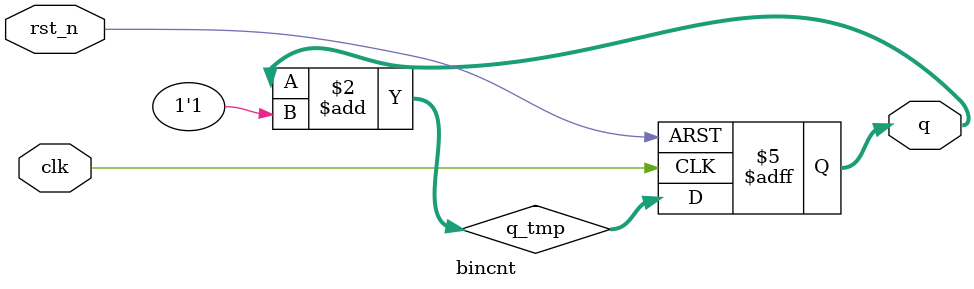
<source format=v>
`timescale 1ns / 1ps


module bincnt(q, clk, rst_n);
output [3:0] q;
input clk;
input rst_n;
reg [3:0] q;
reg [3:0] q_tmp;

always @*
  q_tmp = q + 1'b1;
  
always @(posedge clk or negedge rst_n)
  if (~rst_n) q <= 4'd0;
  else q <= q_tmp;

endmodule

</source>
